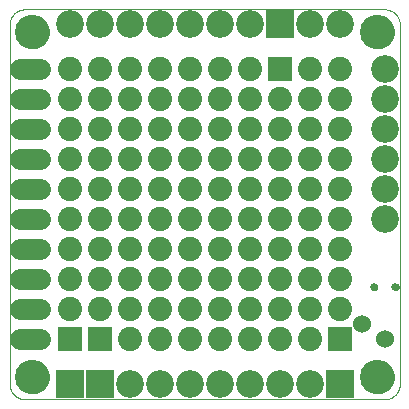
<source format=gbs>
G75*
%MOIN*%
%OFA0B0*%
%FSLAX25Y25*%
%IPPOS*%
%LPD*%
%AMOC8*
5,1,8,0,0,1.08239X$1,22.5*
%
%ADD10C,0.00000*%
%ADD11C,0.09258*%
%ADD12R,0.09258X0.09258*%
%ADD13C,0.11424*%
%ADD14C,0.02565*%
%ADD15C,0.06896*%
%ADD16R,0.08077X0.08077*%
%ADD17C,0.08077*%
%ADD18C,0.06000*%
D10*
X0039428Y0006256D02*
X0039428Y0126217D01*
X0039430Y0126357D01*
X0039436Y0126497D01*
X0039446Y0126637D01*
X0039459Y0126777D01*
X0039477Y0126916D01*
X0039499Y0127055D01*
X0039524Y0127192D01*
X0039553Y0127330D01*
X0039586Y0127466D01*
X0039623Y0127601D01*
X0039664Y0127735D01*
X0039709Y0127868D01*
X0039757Y0128000D01*
X0039809Y0128130D01*
X0039864Y0128259D01*
X0039923Y0128386D01*
X0039986Y0128512D01*
X0040052Y0128636D01*
X0040121Y0128757D01*
X0040194Y0128877D01*
X0040271Y0128995D01*
X0040350Y0129110D01*
X0040433Y0129224D01*
X0040519Y0129334D01*
X0040608Y0129443D01*
X0040700Y0129549D01*
X0040795Y0129652D01*
X0040892Y0129753D01*
X0040993Y0129850D01*
X0041096Y0129945D01*
X0041202Y0130037D01*
X0041311Y0130126D01*
X0041421Y0130212D01*
X0041535Y0130295D01*
X0041650Y0130374D01*
X0041768Y0130451D01*
X0041888Y0130524D01*
X0042009Y0130593D01*
X0042133Y0130659D01*
X0042259Y0130722D01*
X0042386Y0130781D01*
X0042515Y0130836D01*
X0042645Y0130888D01*
X0042777Y0130936D01*
X0042910Y0130981D01*
X0043044Y0131022D01*
X0043179Y0131059D01*
X0043315Y0131092D01*
X0043453Y0131121D01*
X0043590Y0131146D01*
X0043729Y0131168D01*
X0043868Y0131186D01*
X0044008Y0131199D01*
X0044148Y0131209D01*
X0044288Y0131215D01*
X0044428Y0131217D01*
X0164429Y0131217D01*
X0164569Y0131215D01*
X0164709Y0131209D01*
X0164849Y0131199D01*
X0164989Y0131186D01*
X0165128Y0131168D01*
X0165267Y0131146D01*
X0165404Y0131121D01*
X0165542Y0131092D01*
X0165678Y0131059D01*
X0165813Y0131022D01*
X0165947Y0130981D01*
X0166080Y0130936D01*
X0166212Y0130888D01*
X0166342Y0130836D01*
X0166471Y0130781D01*
X0166598Y0130722D01*
X0166724Y0130659D01*
X0166848Y0130593D01*
X0166969Y0130524D01*
X0167089Y0130451D01*
X0167207Y0130374D01*
X0167322Y0130295D01*
X0167436Y0130212D01*
X0167546Y0130126D01*
X0167655Y0130037D01*
X0167761Y0129945D01*
X0167864Y0129850D01*
X0167965Y0129753D01*
X0168062Y0129652D01*
X0168157Y0129549D01*
X0168249Y0129443D01*
X0168338Y0129334D01*
X0168424Y0129224D01*
X0168507Y0129110D01*
X0168586Y0128995D01*
X0168663Y0128877D01*
X0168736Y0128757D01*
X0168805Y0128636D01*
X0168871Y0128512D01*
X0168934Y0128386D01*
X0168993Y0128259D01*
X0169048Y0128130D01*
X0169100Y0128000D01*
X0169148Y0127868D01*
X0169193Y0127735D01*
X0169234Y0127601D01*
X0169271Y0127466D01*
X0169304Y0127330D01*
X0169333Y0127192D01*
X0169358Y0127055D01*
X0169380Y0126916D01*
X0169398Y0126777D01*
X0169411Y0126637D01*
X0169421Y0126497D01*
X0169427Y0126357D01*
X0169429Y0126217D01*
X0169429Y0006256D01*
X0169427Y0006116D01*
X0169421Y0005976D01*
X0169411Y0005836D01*
X0169398Y0005696D01*
X0169380Y0005557D01*
X0169358Y0005418D01*
X0169333Y0005281D01*
X0169304Y0005143D01*
X0169271Y0005007D01*
X0169234Y0004872D01*
X0169193Y0004738D01*
X0169148Y0004605D01*
X0169100Y0004473D01*
X0169048Y0004343D01*
X0168993Y0004214D01*
X0168934Y0004087D01*
X0168871Y0003961D01*
X0168805Y0003837D01*
X0168736Y0003716D01*
X0168663Y0003596D01*
X0168586Y0003478D01*
X0168507Y0003363D01*
X0168424Y0003249D01*
X0168338Y0003139D01*
X0168249Y0003030D01*
X0168157Y0002924D01*
X0168062Y0002821D01*
X0167965Y0002720D01*
X0167864Y0002623D01*
X0167761Y0002528D01*
X0167655Y0002436D01*
X0167546Y0002347D01*
X0167436Y0002261D01*
X0167322Y0002178D01*
X0167207Y0002099D01*
X0167089Y0002022D01*
X0166969Y0001949D01*
X0166848Y0001880D01*
X0166724Y0001814D01*
X0166598Y0001751D01*
X0166471Y0001692D01*
X0166342Y0001637D01*
X0166212Y0001585D01*
X0166080Y0001537D01*
X0165947Y0001492D01*
X0165813Y0001451D01*
X0165678Y0001414D01*
X0165542Y0001381D01*
X0165404Y0001352D01*
X0165267Y0001327D01*
X0165128Y0001305D01*
X0164989Y0001287D01*
X0164849Y0001274D01*
X0164709Y0001264D01*
X0164569Y0001258D01*
X0164429Y0001256D01*
X0044428Y0001256D01*
X0044288Y0001258D01*
X0044148Y0001264D01*
X0044008Y0001274D01*
X0043868Y0001287D01*
X0043729Y0001305D01*
X0043590Y0001327D01*
X0043453Y0001352D01*
X0043315Y0001381D01*
X0043179Y0001414D01*
X0043044Y0001451D01*
X0042910Y0001492D01*
X0042777Y0001537D01*
X0042645Y0001585D01*
X0042515Y0001637D01*
X0042386Y0001692D01*
X0042259Y0001751D01*
X0042133Y0001814D01*
X0042009Y0001880D01*
X0041888Y0001949D01*
X0041768Y0002022D01*
X0041650Y0002099D01*
X0041535Y0002178D01*
X0041421Y0002261D01*
X0041311Y0002347D01*
X0041202Y0002436D01*
X0041096Y0002528D01*
X0040993Y0002623D01*
X0040892Y0002720D01*
X0040795Y0002821D01*
X0040700Y0002924D01*
X0040608Y0003030D01*
X0040519Y0003139D01*
X0040433Y0003249D01*
X0040350Y0003363D01*
X0040271Y0003478D01*
X0040194Y0003596D01*
X0040121Y0003716D01*
X0040052Y0003837D01*
X0039986Y0003961D01*
X0039923Y0004087D01*
X0039864Y0004214D01*
X0039809Y0004343D01*
X0039757Y0004473D01*
X0039709Y0004605D01*
X0039664Y0004738D01*
X0039623Y0004872D01*
X0039586Y0005007D01*
X0039553Y0005143D01*
X0039524Y0005281D01*
X0039499Y0005418D01*
X0039477Y0005557D01*
X0039459Y0005696D01*
X0039446Y0005836D01*
X0039436Y0005976D01*
X0039430Y0006116D01*
X0039428Y0006256D01*
X0041416Y0008756D02*
X0041418Y0008904D01*
X0041424Y0009052D01*
X0041434Y0009200D01*
X0041448Y0009347D01*
X0041466Y0009494D01*
X0041487Y0009640D01*
X0041513Y0009786D01*
X0041543Y0009931D01*
X0041576Y0010075D01*
X0041614Y0010218D01*
X0041655Y0010360D01*
X0041700Y0010501D01*
X0041748Y0010641D01*
X0041801Y0010780D01*
X0041857Y0010917D01*
X0041917Y0011052D01*
X0041980Y0011186D01*
X0042047Y0011318D01*
X0042118Y0011448D01*
X0042192Y0011576D01*
X0042269Y0011702D01*
X0042350Y0011826D01*
X0042434Y0011948D01*
X0042521Y0012067D01*
X0042612Y0012184D01*
X0042706Y0012299D01*
X0042802Y0012411D01*
X0042902Y0012521D01*
X0043004Y0012627D01*
X0043110Y0012731D01*
X0043218Y0012832D01*
X0043329Y0012930D01*
X0043442Y0013026D01*
X0043558Y0013118D01*
X0043676Y0013207D01*
X0043797Y0013292D01*
X0043920Y0013375D01*
X0044045Y0013454D01*
X0044172Y0013530D01*
X0044301Y0013602D01*
X0044432Y0013671D01*
X0044565Y0013736D01*
X0044700Y0013797D01*
X0044836Y0013855D01*
X0044973Y0013910D01*
X0045112Y0013960D01*
X0045253Y0014007D01*
X0045394Y0014050D01*
X0045537Y0014090D01*
X0045681Y0014125D01*
X0045825Y0014157D01*
X0045971Y0014184D01*
X0046117Y0014208D01*
X0046264Y0014228D01*
X0046411Y0014244D01*
X0046558Y0014256D01*
X0046706Y0014264D01*
X0046854Y0014268D01*
X0047002Y0014268D01*
X0047150Y0014264D01*
X0047298Y0014256D01*
X0047445Y0014244D01*
X0047592Y0014228D01*
X0047739Y0014208D01*
X0047885Y0014184D01*
X0048031Y0014157D01*
X0048175Y0014125D01*
X0048319Y0014090D01*
X0048462Y0014050D01*
X0048603Y0014007D01*
X0048744Y0013960D01*
X0048883Y0013910D01*
X0049020Y0013855D01*
X0049156Y0013797D01*
X0049291Y0013736D01*
X0049424Y0013671D01*
X0049555Y0013602D01*
X0049684Y0013530D01*
X0049811Y0013454D01*
X0049936Y0013375D01*
X0050059Y0013292D01*
X0050180Y0013207D01*
X0050298Y0013118D01*
X0050414Y0013026D01*
X0050527Y0012930D01*
X0050638Y0012832D01*
X0050746Y0012731D01*
X0050852Y0012627D01*
X0050954Y0012521D01*
X0051054Y0012411D01*
X0051150Y0012299D01*
X0051244Y0012184D01*
X0051335Y0012067D01*
X0051422Y0011948D01*
X0051506Y0011826D01*
X0051587Y0011702D01*
X0051664Y0011576D01*
X0051738Y0011448D01*
X0051809Y0011318D01*
X0051876Y0011186D01*
X0051939Y0011052D01*
X0051999Y0010917D01*
X0052055Y0010780D01*
X0052108Y0010641D01*
X0052156Y0010501D01*
X0052201Y0010360D01*
X0052242Y0010218D01*
X0052280Y0010075D01*
X0052313Y0009931D01*
X0052343Y0009786D01*
X0052369Y0009640D01*
X0052390Y0009494D01*
X0052408Y0009347D01*
X0052422Y0009200D01*
X0052432Y0009052D01*
X0052438Y0008904D01*
X0052440Y0008756D01*
X0052438Y0008608D01*
X0052432Y0008460D01*
X0052422Y0008312D01*
X0052408Y0008165D01*
X0052390Y0008018D01*
X0052369Y0007872D01*
X0052343Y0007726D01*
X0052313Y0007581D01*
X0052280Y0007437D01*
X0052242Y0007294D01*
X0052201Y0007152D01*
X0052156Y0007011D01*
X0052108Y0006871D01*
X0052055Y0006732D01*
X0051999Y0006595D01*
X0051939Y0006460D01*
X0051876Y0006326D01*
X0051809Y0006194D01*
X0051738Y0006064D01*
X0051664Y0005936D01*
X0051587Y0005810D01*
X0051506Y0005686D01*
X0051422Y0005564D01*
X0051335Y0005445D01*
X0051244Y0005328D01*
X0051150Y0005213D01*
X0051054Y0005101D01*
X0050954Y0004991D01*
X0050852Y0004885D01*
X0050746Y0004781D01*
X0050638Y0004680D01*
X0050527Y0004582D01*
X0050414Y0004486D01*
X0050298Y0004394D01*
X0050180Y0004305D01*
X0050059Y0004220D01*
X0049936Y0004137D01*
X0049811Y0004058D01*
X0049684Y0003982D01*
X0049555Y0003910D01*
X0049424Y0003841D01*
X0049291Y0003776D01*
X0049156Y0003715D01*
X0049020Y0003657D01*
X0048883Y0003602D01*
X0048744Y0003552D01*
X0048603Y0003505D01*
X0048462Y0003462D01*
X0048319Y0003422D01*
X0048175Y0003387D01*
X0048031Y0003355D01*
X0047885Y0003328D01*
X0047739Y0003304D01*
X0047592Y0003284D01*
X0047445Y0003268D01*
X0047298Y0003256D01*
X0047150Y0003248D01*
X0047002Y0003244D01*
X0046854Y0003244D01*
X0046706Y0003248D01*
X0046558Y0003256D01*
X0046411Y0003268D01*
X0046264Y0003284D01*
X0046117Y0003304D01*
X0045971Y0003328D01*
X0045825Y0003355D01*
X0045681Y0003387D01*
X0045537Y0003422D01*
X0045394Y0003462D01*
X0045253Y0003505D01*
X0045112Y0003552D01*
X0044973Y0003602D01*
X0044836Y0003657D01*
X0044700Y0003715D01*
X0044565Y0003776D01*
X0044432Y0003841D01*
X0044301Y0003910D01*
X0044172Y0003982D01*
X0044045Y0004058D01*
X0043920Y0004137D01*
X0043797Y0004220D01*
X0043676Y0004305D01*
X0043558Y0004394D01*
X0043442Y0004486D01*
X0043329Y0004582D01*
X0043218Y0004680D01*
X0043110Y0004781D01*
X0043004Y0004885D01*
X0042902Y0004991D01*
X0042802Y0005101D01*
X0042706Y0005213D01*
X0042612Y0005328D01*
X0042521Y0005445D01*
X0042434Y0005564D01*
X0042350Y0005686D01*
X0042269Y0005810D01*
X0042192Y0005936D01*
X0042118Y0006064D01*
X0042047Y0006194D01*
X0041980Y0006326D01*
X0041917Y0006460D01*
X0041857Y0006595D01*
X0041801Y0006732D01*
X0041748Y0006871D01*
X0041700Y0007011D01*
X0041655Y0007152D01*
X0041614Y0007294D01*
X0041576Y0007437D01*
X0041543Y0007581D01*
X0041513Y0007726D01*
X0041487Y0007872D01*
X0041466Y0008018D01*
X0041448Y0008165D01*
X0041434Y0008312D01*
X0041424Y0008460D01*
X0041418Y0008608D01*
X0041416Y0008756D01*
X0156416Y0008756D02*
X0156418Y0008904D01*
X0156424Y0009052D01*
X0156434Y0009200D01*
X0156448Y0009347D01*
X0156466Y0009494D01*
X0156487Y0009640D01*
X0156513Y0009786D01*
X0156543Y0009931D01*
X0156576Y0010075D01*
X0156614Y0010218D01*
X0156655Y0010360D01*
X0156700Y0010501D01*
X0156748Y0010641D01*
X0156801Y0010780D01*
X0156857Y0010917D01*
X0156917Y0011052D01*
X0156980Y0011186D01*
X0157047Y0011318D01*
X0157118Y0011448D01*
X0157192Y0011576D01*
X0157269Y0011702D01*
X0157350Y0011826D01*
X0157434Y0011948D01*
X0157521Y0012067D01*
X0157612Y0012184D01*
X0157706Y0012299D01*
X0157802Y0012411D01*
X0157902Y0012521D01*
X0158004Y0012627D01*
X0158110Y0012731D01*
X0158218Y0012832D01*
X0158329Y0012930D01*
X0158442Y0013026D01*
X0158558Y0013118D01*
X0158676Y0013207D01*
X0158797Y0013292D01*
X0158920Y0013375D01*
X0159045Y0013454D01*
X0159172Y0013530D01*
X0159301Y0013602D01*
X0159432Y0013671D01*
X0159565Y0013736D01*
X0159700Y0013797D01*
X0159836Y0013855D01*
X0159973Y0013910D01*
X0160112Y0013960D01*
X0160253Y0014007D01*
X0160394Y0014050D01*
X0160537Y0014090D01*
X0160681Y0014125D01*
X0160825Y0014157D01*
X0160971Y0014184D01*
X0161117Y0014208D01*
X0161264Y0014228D01*
X0161411Y0014244D01*
X0161558Y0014256D01*
X0161706Y0014264D01*
X0161854Y0014268D01*
X0162002Y0014268D01*
X0162150Y0014264D01*
X0162298Y0014256D01*
X0162445Y0014244D01*
X0162592Y0014228D01*
X0162739Y0014208D01*
X0162885Y0014184D01*
X0163031Y0014157D01*
X0163175Y0014125D01*
X0163319Y0014090D01*
X0163462Y0014050D01*
X0163603Y0014007D01*
X0163744Y0013960D01*
X0163883Y0013910D01*
X0164020Y0013855D01*
X0164156Y0013797D01*
X0164291Y0013736D01*
X0164424Y0013671D01*
X0164555Y0013602D01*
X0164684Y0013530D01*
X0164811Y0013454D01*
X0164936Y0013375D01*
X0165059Y0013292D01*
X0165180Y0013207D01*
X0165298Y0013118D01*
X0165414Y0013026D01*
X0165527Y0012930D01*
X0165638Y0012832D01*
X0165746Y0012731D01*
X0165852Y0012627D01*
X0165954Y0012521D01*
X0166054Y0012411D01*
X0166150Y0012299D01*
X0166244Y0012184D01*
X0166335Y0012067D01*
X0166422Y0011948D01*
X0166506Y0011826D01*
X0166587Y0011702D01*
X0166664Y0011576D01*
X0166738Y0011448D01*
X0166809Y0011318D01*
X0166876Y0011186D01*
X0166939Y0011052D01*
X0166999Y0010917D01*
X0167055Y0010780D01*
X0167108Y0010641D01*
X0167156Y0010501D01*
X0167201Y0010360D01*
X0167242Y0010218D01*
X0167280Y0010075D01*
X0167313Y0009931D01*
X0167343Y0009786D01*
X0167369Y0009640D01*
X0167390Y0009494D01*
X0167408Y0009347D01*
X0167422Y0009200D01*
X0167432Y0009052D01*
X0167438Y0008904D01*
X0167440Y0008756D01*
X0167438Y0008608D01*
X0167432Y0008460D01*
X0167422Y0008312D01*
X0167408Y0008165D01*
X0167390Y0008018D01*
X0167369Y0007872D01*
X0167343Y0007726D01*
X0167313Y0007581D01*
X0167280Y0007437D01*
X0167242Y0007294D01*
X0167201Y0007152D01*
X0167156Y0007011D01*
X0167108Y0006871D01*
X0167055Y0006732D01*
X0166999Y0006595D01*
X0166939Y0006460D01*
X0166876Y0006326D01*
X0166809Y0006194D01*
X0166738Y0006064D01*
X0166664Y0005936D01*
X0166587Y0005810D01*
X0166506Y0005686D01*
X0166422Y0005564D01*
X0166335Y0005445D01*
X0166244Y0005328D01*
X0166150Y0005213D01*
X0166054Y0005101D01*
X0165954Y0004991D01*
X0165852Y0004885D01*
X0165746Y0004781D01*
X0165638Y0004680D01*
X0165527Y0004582D01*
X0165414Y0004486D01*
X0165298Y0004394D01*
X0165180Y0004305D01*
X0165059Y0004220D01*
X0164936Y0004137D01*
X0164811Y0004058D01*
X0164684Y0003982D01*
X0164555Y0003910D01*
X0164424Y0003841D01*
X0164291Y0003776D01*
X0164156Y0003715D01*
X0164020Y0003657D01*
X0163883Y0003602D01*
X0163744Y0003552D01*
X0163603Y0003505D01*
X0163462Y0003462D01*
X0163319Y0003422D01*
X0163175Y0003387D01*
X0163031Y0003355D01*
X0162885Y0003328D01*
X0162739Y0003304D01*
X0162592Y0003284D01*
X0162445Y0003268D01*
X0162298Y0003256D01*
X0162150Y0003248D01*
X0162002Y0003244D01*
X0161854Y0003244D01*
X0161706Y0003248D01*
X0161558Y0003256D01*
X0161411Y0003268D01*
X0161264Y0003284D01*
X0161117Y0003304D01*
X0160971Y0003328D01*
X0160825Y0003355D01*
X0160681Y0003387D01*
X0160537Y0003422D01*
X0160394Y0003462D01*
X0160253Y0003505D01*
X0160112Y0003552D01*
X0159973Y0003602D01*
X0159836Y0003657D01*
X0159700Y0003715D01*
X0159565Y0003776D01*
X0159432Y0003841D01*
X0159301Y0003910D01*
X0159172Y0003982D01*
X0159045Y0004058D01*
X0158920Y0004137D01*
X0158797Y0004220D01*
X0158676Y0004305D01*
X0158558Y0004394D01*
X0158442Y0004486D01*
X0158329Y0004582D01*
X0158218Y0004680D01*
X0158110Y0004781D01*
X0158004Y0004885D01*
X0157902Y0004991D01*
X0157802Y0005101D01*
X0157706Y0005213D01*
X0157612Y0005328D01*
X0157521Y0005445D01*
X0157434Y0005564D01*
X0157350Y0005686D01*
X0157269Y0005810D01*
X0157192Y0005936D01*
X0157118Y0006064D01*
X0157047Y0006194D01*
X0156980Y0006326D01*
X0156917Y0006460D01*
X0156857Y0006595D01*
X0156801Y0006732D01*
X0156748Y0006871D01*
X0156700Y0007011D01*
X0156655Y0007152D01*
X0156614Y0007294D01*
X0156576Y0007437D01*
X0156543Y0007581D01*
X0156513Y0007726D01*
X0156487Y0007872D01*
X0156466Y0008018D01*
X0156448Y0008165D01*
X0156434Y0008312D01*
X0156424Y0008460D01*
X0156418Y0008608D01*
X0156416Y0008756D01*
X0159802Y0038756D02*
X0159804Y0038821D01*
X0159810Y0038887D01*
X0159820Y0038951D01*
X0159833Y0039015D01*
X0159851Y0039078D01*
X0159872Y0039140D01*
X0159897Y0039200D01*
X0159926Y0039259D01*
X0159958Y0039316D01*
X0159994Y0039371D01*
X0160032Y0039424D01*
X0160074Y0039474D01*
X0160119Y0039522D01*
X0160167Y0039567D01*
X0160217Y0039609D01*
X0160270Y0039647D01*
X0160325Y0039683D01*
X0160382Y0039715D01*
X0160441Y0039744D01*
X0160501Y0039769D01*
X0160563Y0039790D01*
X0160626Y0039808D01*
X0160690Y0039821D01*
X0160754Y0039831D01*
X0160820Y0039837D01*
X0160885Y0039839D01*
X0160950Y0039837D01*
X0161016Y0039831D01*
X0161080Y0039821D01*
X0161144Y0039808D01*
X0161207Y0039790D01*
X0161269Y0039769D01*
X0161329Y0039744D01*
X0161388Y0039715D01*
X0161445Y0039683D01*
X0161500Y0039647D01*
X0161553Y0039609D01*
X0161603Y0039567D01*
X0161651Y0039522D01*
X0161696Y0039474D01*
X0161738Y0039424D01*
X0161776Y0039371D01*
X0161812Y0039316D01*
X0161844Y0039259D01*
X0161873Y0039200D01*
X0161898Y0039140D01*
X0161919Y0039078D01*
X0161937Y0039015D01*
X0161950Y0038951D01*
X0161960Y0038887D01*
X0161966Y0038821D01*
X0161968Y0038756D01*
X0161966Y0038691D01*
X0161960Y0038625D01*
X0161950Y0038561D01*
X0161937Y0038497D01*
X0161919Y0038434D01*
X0161898Y0038372D01*
X0161873Y0038312D01*
X0161844Y0038253D01*
X0161812Y0038196D01*
X0161776Y0038141D01*
X0161738Y0038088D01*
X0161696Y0038038D01*
X0161651Y0037990D01*
X0161603Y0037945D01*
X0161553Y0037903D01*
X0161500Y0037865D01*
X0161445Y0037829D01*
X0161388Y0037797D01*
X0161329Y0037768D01*
X0161269Y0037743D01*
X0161207Y0037722D01*
X0161144Y0037704D01*
X0161080Y0037691D01*
X0161016Y0037681D01*
X0160950Y0037675D01*
X0160885Y0037673D01*
X0160820Y0037675D01*
X0160754Y0037681D01*
X0160690Y0037691D01*
X0160626Y0037704D01*
X0160563Y0037722D01*
X0160501Y0037743D01*
X0160441Y0037768D01*
X0160382Y0037797D01*
X0160325Y0037829D01*
X0160270Y0037865D01*
X0160217Y0037903D01*
X0160167Y0037945D01*
X0160119Y0037990D01*
X0160074Y0038038D01*
X0160032Y0038088D01*
X0159994Y0038141D01*
X0159958Y0038196D01*
X0159926Y0038253D01*
X0159897Y0038312D01*
X0159872Y0038372D01*
X0159851Y0038434D01*
X0159833Y0038497D01*
X0159820Y0038561D01*
X0159810Y0038625D01*
X0159804Y0038691D01*
X0159802Y0038756D01*
X0166889Y0038756D02*
X0166891Y0038821D01*
X0166897Y0038887D01*
X0166907Y0038951D01*
X0166920Y0039015D01*
X0166938Y0039078D01*
X0166959Y0039140D01*
X0166984Y0039200D01*
X0167013Y0039259D01*
X0167045Y0039316D01*
X0167081Y0039371D01*
X0167119Y0039424D01*
X0167161Y0039474D01*
X0167206Y0039522D01*
X0167254Y0039567D01*
X0167304Y0039609D01*
X0167357Y0039647D01*
X0167412Y0039683D01*
X0167469Y0039715D01*
X0167528Y0039744D01*
X0167588Y0039769D01*
X0167650Y0039790D01*
X0167713Y0039808D01*
X0167777Y0039821D01*
X0167841Y0039831D01*
X0167907Y0039837D01*
X0167972Y0039839D01*
X0168037Y0039837D01*
X0168103Y0039831D01*
X0168167Y0039821D01*
X0168231Y0039808D01*
X0168294Y0039790D01*
X0168356Y0039769D01*
X0168416Y0039744D01*
X0168475Y0039715D01*
X0168532Y0039683D01*
X0168587Y0039647D01*
X0168640Y0039609D01*
X0168690Y0039567D01*
X0168738Y0039522D01*
X0168783Y0039474D01*
X0168825Y0039424D01*
X0168863Y0039371D01*
X0168899Y0039316D01*
X0168931Y0039259D01*
X0168960Y0039200D01*
X0168985Y0039140D01*
X0169006Y0039078D01*
X0169024Y0039015D01*
X0169037Y0038951D01*
X0169047Y0038887D01*
X0169053Y0038821D01*
X0169055Y0038756D01*
X0169053Y0038691D01*
X0169047Y0038625D01*
X0169037Y0038561D01*
X0169024Y0038497D01*
X0169006Y0038434D01*
X0168985Y0038372D01*
X0168960Y0038312D01*
X0168931Y0038253D01*
X0168899Y0038196D01*
X0168863Y0038141D01*
X0168825Y0038088D01*
X0168783Y0038038D01*
X0168738Y0037990D01*
X0168690Y0037945D01*
X0168640Y0037903D01*
X0168587Y0037865D01*
X0168532Y0037829D01*
X0168475Y0037797D01*
X0168416Y0037768D01*
X0168356Y0037743D01*
X0168294Y0037722D01*
X0168231Y0037704D01*
X0168167Y0037691D01*
X0168103Y0037681D01*
X0168037Y0037675D01*
X0167972Y0037673D01*
X0167907Y0037675D01*
X0167841Y0037681D01*
X0167777Y0037691D01*
X0167713Y0037704D01*
X0167650Y0037722D01*
X0167588Y0037743D01*
X0167528Y0037768D01*
X0167469Y0037797D01*
X0167412Y0037829D01*
X0167357Y0037865D01*
X0167304Y0037903D01*
X0167254Y0037945D01*
X0167206Y0037990D01*
X0167161Y0038038D01*
X0167119Y0038088D01*
X0167081Y0038141D01*
X0167045Y0038196D01*
X0167013Y0038253D01*
X0166984Y0038312D01*
X0166959Y0038372D01*
X0166938Y0038434D01*
X0166920Y0038497D01*
X0166907Y0038561D01*
X0166897Y0038625D01*
X0166891Y0038691D01*
X0166889Y0038756D01*
X0156416Y0123756D02*
X0156418Y0123904D01*
X0156424Y0124052D01*
X0156434Y0124200D01*
X0156448Y0124347D01*
X0156466Y0124494D01*
X0156487Y0124640D01*
X0156513Y0124786D01*
X0156543Y0124931D01*
X0156576Y0125075D01*
X0156614Y0125218D01*
X0156655Y0125360D01*
X0156700Y0125501D01*
X0156748Y0125641D01*
X0156801Y0125780D01*
X0156857Y0125917D01*
X0156917Y0126052D01*
X0156980Y0126186D01*
X0157047Y0126318D01*
X0157118Y0126448D01*
X0157192Y0126576D01*
X0157269Y0126702D01*
X0157350Y0126826D01*
X0157434Y0126948D01*
X0157521Y0127067D01*
X0157612Y0127184D01*
X0157706Y0127299D01*
X0157802Y0127411D01*
X0157902Y0127521D01*
X0158004Y0127627D01*
X0158110Y0127731D01*
X0158218Y0127832D01*
X0158329Y0127930D01*
X0158442Y0128026D01*
X0158558Y0128118D01*
X0158676Y0128207D01*
X0158797Y0128292D01*
X0158920Y0128375D01*
X0159045Y0128454D01*
X0159172Y0128530D01*
X0159301Y0128602D01*
X0159432Y0128671D01*
X0159565Y0128736D01*
X0159700Y0128797D01*
X0159836Y0128855D01*
X0159973Y0128910D01*
X0160112Y0128960D01*
X0160253Y0129007D01*
X0160394Y0129050D01*
X0160537Y0129090D01*
X0160681Y0129125D01*
X0160825Y0129157D01*
X0160971Y0129184D01*
X0161117Y0129208D01*
X0161264Y0129228D01*
X0161411Y0129244D01*
X0161558Y0129256D01*
X0161706Y0129264D01*
X0161854Y0129268D01*
X0162002Y0129268D01*
X0162150Y0129264D01*
X0162298Y0129256D01*
X0162445Y0129244D01*
X0162592Y0129228D01*
X0162739Y0129208D01*
X0162885Y0129184D01*
X0163031Y0129157D01*
X0163175Y0129125D01*
X0163319Y0129090D01*
X0163462Y0129050D01*
X0163603Y0129007D01*
X0163744Y0128960D01*
X0163883Y0128910D01*
X0164020Y0128855D01*
X0164156Y0128797D01*
X0164291Y0128736D01*
X0164424Y0128671D01*
X0164555Y0128602D01*
X0164684Y0128530D01*
X0164811Y0128454D01*
X0164936Y0128375D01*
X0165059Y0128292D01*
X0165180Y0128207D01*
X0165298Y0128118D01*
X0165414Y0128026D01*
X0165527Y0127930D01*
X0165638Y0127832D01*
X0165746Y0127731D01*
X0165852Y0127627D01*
X0165954Y0127521D01*
X0166054Y0127411D01*
X0166150Y0127299D01*
X0166244Y0127184D01*
X0166335Y0127067D01*
X0166422Y0126948D01*
X0166506Y0126826D01*
X0166587Y0126702D01*
X0166664Y0126576D01*
X0166738Y0126448D01*
X0166809Y0126318D01*
X0166876Y0126186D01*
X0166939Y0126052D01*
X0166999Y0125917D01*
X0167055Y0125780D01*
X0167108Y0125641D01*
X0167156Y0125501D01*
X0167201Y0125360D01*
X0167242Y0125218D01*
X0167280Y0125075D01*
X0167313Y0124931D01*
X0167343Y0124786D01*
X0167369Y0124640D01*
X0167390Y0124494D01*
X0167408Y0124347D01*
X0167422Y0124200D01*
X0167432Y0124052D01*
X0167438Y0123904D01*
X0167440Y0123756D01*
X0167438Y0123608D01*
X0167432Y0123460D01*
X0167422Y0123312D01*
X0167408Y0123165D01*
X0167390Y0123018D01*
X0167369Y0122872D01*
X0167343Y0122726D01*
X0167313Y0122581D01*
X0167280Y0122437D01*
X0167242Y0122294D01*
X0167201Y0122152D01*
X0167156Y0122011D01*
X0167108Y0121871D01*
X0167055Y0121732D01*
X0166999Y0121595D01*
X0166939Y0121460D01*
X0166876Y0121326D01*
X0166809Y0121194D01*
X0166738Y0121064D01*
X0166664Y0120936D01*
X0166587Y0120810D01*
X0166506Y0120686D01*
X0166422Y0120564D01*
X0166335Y0120445D01*
X0166244Y0120328D01*
X0166150Y0120213D01*
X0166054Y0120101D01*
X0165954Y0119991D01*
X0165852Y0119885D01*
X0165746Y0119781D01*
X0165638Y0119680D01*
X0165527Y0119582D01*
X0165414Y0119486D01*
X0165298Y0119394D01*
X0165180Y0119305D01*
X0165059Y0119220D01*
X0164936Y0119137D01*
X0164811Y0119058D01*
X0164684Y0118982D01*
X0164555Y0118910D01*
X0164424Y0118841D01*
X0164291Y0118776D01*
X0164156Y0118715D01*
X0164020Y0118657D01*
X0163883Y0118602D01*
X0163744Y0118552D01*
X0163603Y0118505D01*
X0163462Y0118462D01*
X0163319Y0118422D01*
X0163175Y0118387D01*
X0163031Y0118355D01*
X0162885Y0118328D01*
X0162739Y0118304D01*
X0162592Y0118284D01*
X0162445Y0118268D01*
X0162298Y0118256D01*
X0162150Y0118248D01*
X0162002Y0118244D01*
X0161854Y0118244D01*
X0161706Y0118248D01*
X0161558Y0118256D01*
X0161411Y0118268D01*
X0161264Y0118284D01*
X0161117Y0118304D01*
X0160971Y0118328D01*
X0160825Y0118355D01*
X0160681Y0118387D01*
X0160537Y0118422D01*
X0160394Y0118462D01*
X0160253Y0118505D01*
X0160112Y0118552D01*
X0159973Y0118602D01*
X0159836Y0118657D01*
X0159700Y0118715D01*
X0159565Y0118776D01*
X0159432Y0118841D01*
X0159301Y0118910D01*
X0159172Y0118982D01*
X0159045Y0119058D01*
X0158920Y0119137D01*
X0158797Y0119220D01*
X0158676Y0119305D01*
X0158558Y0119394D01*
X0158442Y0119486D01*
X0158329Y0119582D01*
X0158218Y0119680D01*
X0158110Y0119781D01*
X0158004Y0119885D01*
X0157902Y0119991D01*
X0157802Y0120101D01*
X0157706Y0120213D01*
X0157612Y0120328D01*
X0157521Y0120445D01*
X0157434Y0120564D01*
X0157350Y0120686D01*
X0157269Y0120810D01*
X0157192Y0120936D01*
X0157118Y0121064D01*
X0157047Y0121194D01*
X0156980Y0121326D01*
X0156917Y0121460D01*
X0156857Y0121595D01*
X0156801Y0121732D01*
X0156748Y0121871D01*
X0156700Y0122011D01*
X0156655Y0122152D01*
X0156614Y0122294D01*
X0156576Y0122437D01*
X0156543Y0122581D01*
X0156513Y0122726D01*
X0156487Y0122872D01*
X0156466Y0123018D01*
X0156448Y0123165D01*
X0156434Y0123312D01*
X0156424Y0123460D01*
X0156418Y0123608D01*
X0156416Y0123756D01*
X0041416Y0123756D02*
X0041418Y0123904D01*
X0041424Y0124052D01*
X0041434Y0124200D01*
X0041448Y0124347D01*
X0041466Y0124494D01*
X0041487Y0124640D01*
X0041513Y0124786D01*
X0041543Y0124931D01*
X0041576Y0125075D01*
X0041614Y0125218D01*
X0041655Y0125360D01*
X0041700Y0125501D01*
X0041748Y0125641D01*
X0041801Y0125780D01*
X0041857Y0125917D01*
X0041917Y0126052D01*
X0041980Y0126186D01*
X0042047Y0126318D01*
X0042118Y0126448D01*
X0042192Y0126576D01*
X0042269Y0126702D01*
X0042350Y0126826D01*
X0042434Y0126948D01*
X0042521Y0127067D01*
X0042612Y0127184D01*
X0042706Y0127299D01*
X0042802Y0127411D01*
X0042902Y0127521D01*
X0043004Y0127627D01*
X0043110Y0127731D01*
X0043218Y0127832D01*
X0043329Y0127930D01*
X0043442Y0128026D01*
X0043558Y0128118D01*
X0043676Y0128207D01*
X0043797Y0128292D01*
X0043920Y0128375D01*
X0044045Y0128454D01*
X0044172Y0128530D01*
X0044301Y0128602D01*
X0044432Y0128671D01*
X0044565Y0128736D01*
X0044700Y0128797D01*
X0044836Y0128855D01*
X0044973Y0128910D01*
X0045112Y0128960D01*
X0045253Y0129007D01*
X0045394Y0129050D01*
X0045537Y0129090D01*
X0045681Y0129125D01*
X0045825Y0129157D01*
X0045971Y0129184D01*
X0046117Y0129208D01*
X0046264Y0129228D01*
X0046411Y0129244D01*
X0046558Y0129256D01*
X0046706Y0129264D01*
X0046854Y0129268D01*
X0047002Y0129268D01*
X0047150Y0129264D01*
X0047298Y0129256D01*
X0047445Y0129244D01*
X0047592Y0129228D01*
X0047739Y0129208D01*
X0047885Y0129184D01*
X0048031Y0129157D01*
X0048175Y0129125D01*
X0048319Y0129090D01*
X0048462Y0129050D01*
X0048603Y0129007D01*
X0048744Y0128960D01*
X0048883Y0128910D01*
X0049020Y0128855D01*
X0049156Y0128797D01*
X0049291Y0128736D01*
X0049424Y0128671D01*
X0049555Y0128602D01*
X0049684Y0128530D01*
X0049811Y0128454D01*
X0049936Y0128375D01*
X0050059Y0128292D01*
X0050180Y0128207D01*
X0050298Y0128118D01*
X0050414Y0128026D01*
X0050527Y0127930D01*
X0050638Y0127832D01*
X0050746Y0127731D01*
X0050852Y0127627D01*
X0050954Y0127521D01*
X0051054Y0127411D01*
X0051150Y0127299D01*
X0051244Y0127184D01*
X0051335Y0127067D01*
X0051422Y0126948D01*
X0051506Y0126826D01*
X0051587Y0126702D01*
X0051664Y0126576D01*
X0051738Y0126448D01*
X0051809Y0126318D01*
X0051876Y0126186D01*
X0051939Y0126052D01*
X0051999Y0125917D01*
X0052055Y0125780D01*
X0052108Y0125641D01*
X0052156Y0125501D01*
X0052201Y0125360D01*
X0052242Y0125218D01*
X0052280Y0125075D01*
X0052313Y0124931D01*
X0052343Y0124786D01*
X0052369Y0124640D01*
X0052390Y0124494D01*
X0052408Y0124347D01*
X0052422Y0124200D01*
X0052432Y0124052D01*
X0052438Y0123904D01*
X0052440Y0123756D01*
X0052438Y0123608D01*
X0052432Y0123460D01*
X0052422Y0123312D01*
X0052408Y0123165D01*
X0052390Y0123018D01*
X0052369Y0122872D01*
X0052343Y0122726D01*
X0052313Y0122581D01*
X0052280Y0122437D01*
X0052242Y0122294D01*
X0052201Y0122152D01*
X0052156Y0122011D01*
X0052108Y0121871D01*
X0052055Y0121732D01*
X0051999Y0121595D01*
X0051939Y0121460D01*
X0051876Y0121326D01*
X0051809Y0121194D01*
X0051738Y0121064D01*
X0051664Y0120936D01*
X0051587Y0120810D01*
X0051506Y0120686D01*
X0051422Y0120564D01*
X0051335Y0120445D01*
X0051244Y0120328D01*
X0051150Y0120213D01*
X0051054Y0120101D01*
X0050954Y0119991D01*
X0050852Y0119885D01*
X0050746Y0119781D01*
X0050638Y0119680D01*
X0050527Y0119582D01*
X0050414Y0119486D01*
X0050298Y0119394D01*
X0050180Y0119305D01*
X0050059Y0119220D01*
X0049936Y0119137D01*
X0049811Y0119058D01*
X0049684Y0118982D01*
X0049555Y0118910D01*
X0049424Y0118841D01*
X0049291Y0118776D01*
X0049156Y0118715D01*
X0049020Y0118657D01*
X0048883Y0118602D01*
X0048744Y0118552D01*
X0048603Y0118505D01*
X0048462Y0118462D01*
X0048319Y0118422D01*
X0048175Y0118387D01*
X0048031Y0118355D01*
X0047885Y0118328D01*
X0047739Y0118304D01*
X0047592Y0118284D01*
X0047445Y0118268D01*
X0047298Y0118256D01*
X0047150Y0118248D01*
X0047002Y0118244D01*
X0046854Y0118244D01*
X0046706Y0118248D01*
X0046558Y0118256D01*
X0046411Y0118268D01*
X0046264Y0118284D01*
X0046117Y0118304D01*
X0045971Y0118328D01*
X0045825Y0118355D01*
X0045681Y0118387D01*
X0045537Y0118422D01*
X0045394Y0118462D01*
X0045253Y0118505D01*
X0045112Y0118552D01*
X0044973Y0118602D01*
X0044836Y0118657D01*
X0044700Y0118715D01*
X0044565Y0118776D01*
X0044432Y0118841D01*
X0044301Y0118910D01*
X0044172Y0118982D01*
X0044045Y0119058D01*
X0043920Y0119137D01*
X0043797Y0119220D01*
X0043676Y0119305D01*
X0043558Y0119394D01*
X0043442Y0119486D01*
X0043329Y0119582D01*
X0043218Y0119680D01*
X0043110Y0119781D01*
X0043004Y0119885D01*
X0042902Y0119991D01*
X0042802Y0120101D01*
X0042706Y0120213D01*
X0042612Y0120328D01*
X0042521Y0120445D01*
X0042434Y0120564D01*
X0042350Y0120686D01*
X0042269Y0120810D01*
X0042192Y0120936D01*
X0042118Y0121064D01*
X0042047Y0121194D01*
X0041980Y0121326D01*
X0041917Y0121460D01*
X0041857Y0121595D01*
X0041801Y0121732D01*
X0041748Y0121871D01*
X0041700Y0122011D01*
X0041655Y0122152D01*
X0041614Y0122294D01*
X0041576Y0122437D01*
X0041543Y0122581D01*
X0041513Y0122726D01*
X0041487Y0122872D01*
X0041466Y0123018D01*
X0041448Y0123165D01*
X0041434Y0123312D01*
X0041424Y0123460D01*
X0041418Y0123608D01*
X0041416Y0123756D01*
D11*
X0059428Y0126256D03*
X0069428Y0126256D03*
X0079428Y0126256D03*
X0089428Y0126256D03*
X0099428Y0126256D03*
X0109428Y0126256D03*
X0119428Y0126256D03*
X0139428Y0126256D03*
X0149428Y0126256D03*
X0164428Y0111256D03*
X0164428Y0101256D03*
X0164428Y0091256D03*
X0164428Y0081256D03*
X0164428Y0071256D03*
X0164428Y0061256D03*
X0139428Y0006256D03*
X0129428Y0006256D03*
X0119428Y0006256D03*
X0109428Y0006256D03*
X0099428Y0006256D03*
X0089428Y0006256D03*
X0079428Y0006256D03*
D12*
X0069428Y0006256D03*
X0059428Y0006256D03*
X0149428Y0006256D03*
X0129428Y0126256D03*
D13*
X0161928Y0123756D03*
X0046928Y0123756D03*
X0046928Y0008756D03*
X0161928Y0008756D03*
D14*
X0160885Y0038756D03*
X0167972Y0038756D03*
D15*
X0049428Y0041256D02*
X0042932Y0041256D01*
X0042932Y0051256D02*
X0049428Y0051256D01*
X0049428Y0061256D02*
X0042932Y0061256D01*
X0042932Y0071256D02*
X0049428Y0071256D01*
X0049428Y0081256D02*
X0042932Y0081256D01*
X0042932Y0091256D02*
X0049428Y0091256D01*
X0049428Y0101256D02*
X0042932Y0101256D01*
X0042932Y0111256D02*
X0049428Y0111256D01*
X0049428Y0031256D02*
X0042932Y0031256D01*
X0042932Y0021256D02*
X0049428Y0021256D01*
D16*
X0059428Y0021256D03*
X0069428Y0021256D03*
X0149428Y0021256D03*
X0129428Y0111256D03*
D17*
X0139428Y0111256D03*
X0149428Y0111256D03*
X0149428Y0101256D03*
X0139428Y0101256D03*
X0129428Y0101256D03*
X0119428Y0101256D03*
X0109428Y0101256D03*
X0099428Y0101256D03*
X0089428Y0101256D03*
X0079428Y0101256D03*
X0069428Y0101256D03*
X0059428Y0101256D03*
X0059428Y0111256D03*
X0069428Y0111256D03*
X0079428Y0111256D03*
X0089428Y0111256D03*
X0099428Y0111256D03*
X0109428Y0111256D03*
X0119428Y0111256D03*
X0119428Y0091256D03*
X0109428Y0091256D03*
X0099428Y0091256D03*
X0089428Y0091256D03*
X0079428Y0091256D03*
X0069428Y0091256D03*
X0059428Y0091256D03*
X0059428Y0081256D03*
X0069428Y0081256D03*
X0079428Y0081256D03*
X0089428Y0081256D03*
X0099428Y0081256D03*
X0109428Y0081256D03*
X0119428Y0081256D03*
X0129428Y0081256D03*
X0139428Y0081256D03*
X0149428Y0081256D03*
X0149428Y0091256D03*
X0139428Y0091256D03*
X0129428Y0091256D03*
X0129428Y0071256D03*
X0139428Y0071256D03*
X0149428Y0071256D03*
X0149428Y0061256D03*
X0139428Y0061256D03*
X0129428Y0061256D03*
X0119428Y0061256D03*
X0109428Y0061256D03*
X0099428Y0061256D03*
X0089428Y0061256D03*
X0079428Y0061256D03*
X0069428Y0061256D03*
X0059428Y0061256D03*
X0059428Y0051256D03*
X0069428Y0051256D03*
X0079428Y0051256D03*
X0089428Y0051256D03*
X0099428Y0051256D03*
X0109428Y0051256D03*
X0119428Y0051256D03*
X0129428Y0051256D03*
X0139428Y0051256D03*
X0149428Y0051256D03*
X0149428Y0041256D03*
X0139428Y0041256D03*
X0129428Y0041256D03*
X0119428Y0041256D03*
X0109428Y0041256D03*
X0099428Y0041256D03*
X0089428Y0041256D03*
X0079428Y0041256D03*
X0069428Y0041256D03*
X0059428Y0041256D03*
X0059428Y0031256D03*
X0069428Y0031256D03*
X0079428Y0031256D03*
X0089428Y0031256D03*
X0099428Y0031256D03*
X0109428Y0031256D03*
X0119428Y0031256D03*
X0129428Y0031256D03*
X0139428Y0031256D03*
X0149428Y0031256D03*
X0139428Y0021256D03*
X0129428Y0021256D03*
X0119428Y0021256D03*
X0109428Y0021256D03*
X0099428Y0021256D03*
X0089428Y0021256D03*
X0079428Y0021256D03*
X0079428Y0071256D03*
X0089428Y0071256D03*
X0099428Y0071256D03*
X0109428Y0071256D03*
X0119428Y0071256D03*
X0069428Y0071256D03*
X0059428Y0071256D03*
D18*
X0156928Y0026256D03*
X0164428Y0021256D03*
M02*

</source>
